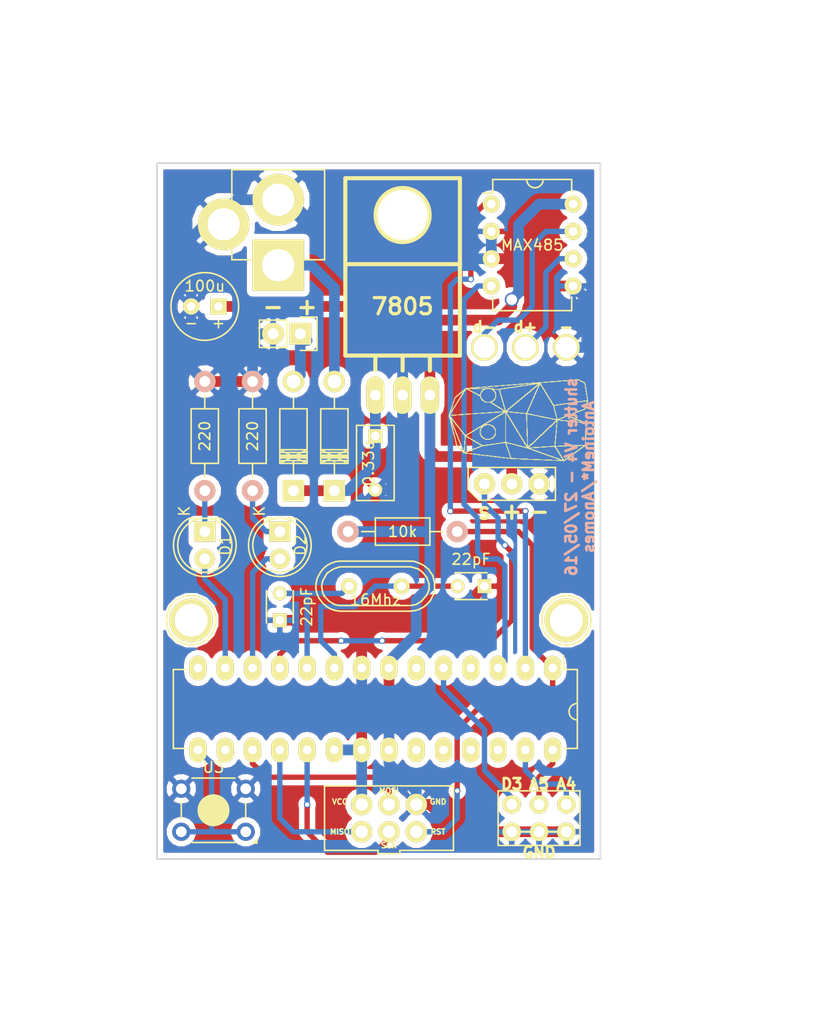
<source format=kicad_pcb>
(kicad_pcb (version 4) (host pcbnew 4.0.2-stable)
  (layers (0 F.Cu signal) (31 B.Cu signal) (34 B.Paste user) (35 F.Paste user) (36 B.SilkS user) (37 F.SilkS user) (38 B.Mask user) (39 F.Mask user) (44 Edge.Cuts user))
  (net 0 "")
  (net 1 GND)
  (net 2 "Net-(C1-Pad2)")
  (net 3 "Net-(C2-Pad2)")
  (net 4 VCC)
  (net 5 "Net-(C4-Pad1)")
  (net 6 /MISO)
  (net 7 /SCK)
  (net 8 /MOSI)
  (net 9 /RST)
  (net 10 "Net-(CON2-Pad1)")
  (net 11 "Net-(D1-Pad1)")
  (net 12 "Net-(D1-Pad2)")
  (net 13 "Net-(D2-Pad1)")
  (net 14 "Net-(D2-Pad2)")
  (net 15 "Net-(D4-Pad2)")
  (net 16 /DMX_RX)
  (net 17 /DMX_TX)
  (net 18 /DMX_LEARN)
  (net 19 /PWM_OUT_3)
  (net 20 "Net-(IC1-Pad6)")
  (net 21 /SERVO)
  (net 22 "Net-(IC1-Pad14)")
  (net 23 "Net-(IC1-Pad16)")
  (net 24 "Net-(IC1-Pad23)")
  (net 25 "Net-(IC1-Pad24)")
  (net 26 "Net-(IC1-Pad25)")
  (net 27 "Net-(IC1-Pad26)")
  (net 28 /A4)
  (net 29 /A5)
  (net 30 /D-)
  (net 31 /D+)
  (net 32 "Net-(IC1-Pad4)")
  (module CONN_ISP_6 (layer F.Cu) (at 70.485 90.805 90)
    (fp_text reference CON1 hide)
    (fp_text value AVR-ISP-6 hide)
    (fp_text user MOSI (at 2.54 0 180) (layer F.SilkS) (effects (font (size 0.5 0.5) (thickness 0.125))))
    (fp_text user SCK (at -2.54 0 180) (layer F.SilkS) (effects (font (size 0.5 0.5) (thickness 0.125))))
    (fp_text user MISO (at -1.27 -4.572 180) (layer F.SilkS) (effects (font (size 0.5 0.5) (thickness 0.125))))
    (fp_text user RST (at -1.27 4.572 180) (layer F.SilkS) (effects (font (size 0.5 0.5) (thickness 0.125))))
    (fp_text user GND (at 1.524 4.572 180) (layer F.SilkS) (effects (font (size 0.5 0.5) (thickness 0.125))))
    (fp_text user VCC (at 1.524 -4.572 180) (layer F.SilkS) (effects (font (size 0.5 0.5) (thickness 0.125))))
    (pad 1 thru_hole circle (at -1.27 -2.54 90) (size 2 2) (drill 1.15) (layers *.Cu *.Mask F.SilkS) (net 6 /MISO))
    (pad 2 thru_hole circle (at 1.27 -2.54 90) (size 2 2) (drill 1.15) (layers *.Cu *.Mask F.SilkS) (net 4 VCC))
    (pad 3 thru_hole circle (at -1.27 0 90) (size 2 2) (drill 1.15) (layers *.Cu *.Mask F.SilkS) (net 7 /SCK))
    (pad 4 thru_hole circle (at 1.27 0 90) (size 2 2) (drill 1.15) (layers *.Cu *.Mask F.SilkS) (net 8 /MOSI))
    (pad 5 thru_hole circle (at -1.27 2.54 90) (size 2 2) (drill 1.15) (layers *.Cu *.Mask F.SilkS) (net 9 /RST))
    (pad 6 thru_hole circle (at 1.27 2.54 90) (size 2 2) (drill 1.15) (layers *.Cu *.Mask F.SilkS) (net 1 GND))
  )
  (module CONN_075_3 (layer F.Cu) (at 83.185 46.99 270)
    (fp_text reference K1 hide)
    (fp_text value XLR3 hide)
    (pad 1 thru_hole circle (at 0 -3.81 270) (size 2.5 2.5) (drill 2) (layers *.Cu *.Mask F.SilkS) (net 1 GND))
    (pad 2 thru_hole circle (at 0 3.81 270) (size 2.5 2.5) (drill 2) (layers *.Cu *.Mask F.SilkS) (net 30 /D-))
    (pad 3 thru_hole circle (at 0 0 270) (size 2.5 2.5) (drill 2) (layers *.Cu *.Mask F.SilkS) (net 31 /D+))
  )
  (module JACK_ALIM (layer F.Cu) (at 60.175 33.245 270)
    (fp_text reference CON2 hide)
    (fp_text value BARREL_JACK hide)
    (pad 2 thru_hole circle (at 0 0 270) (size 4.8006 4.8006) (drill 3) (layers *.Cu *.Mask F.SilkS) (net 1 GND))
    (pad 1 thru_hole rect (at 6.096 0 270) (size 4.8006 4.8006) (drill 3) (layers *.Cu *.Mask F.SilkS) (net 10 "Net-(CON2-Pad1)"))
    (pad 3 thru_hole circle (at 2.286 5.08 270) (size 4.8006 4.8006) (drill 3) (layers *.Cu *.Mask F.SilkS) (net 1 GND))
  )
  (module DIP-28_W7.62mm_LongPads (layer F.Cu) (at 85.725 76.835 270)
    (fp_text reference IC1 hide)
    (fp_text value ATMEGA328-P hide)
    (pad 1 thru_hole oval (at 0 0 270) (size 2.3 1.6) (drill 0.8) (layers *.Cu *.Mask F.SilkS) (net 9 /RST))
    (pad 2 thru_hole oval (at 0 2.54 270) (size 2.3 1.6) (drill 0.8) (layers *.Cu *.Mask F.SilkS) (net 16 /DMX_RX))
    (pad 3 thru_hole oval (at 0 5.08 270) (size 2.3 1.6) (drill 0.8) (layers *.Cu *.Mask F.SilkS) (net 17 /DMX_TX))
    (pad 4 thru_hole oval (at 0 7.62 270) (size 2.3 1.6) (drill 0.8) (layers *.Cu *.Mask F.SilkS) (net 32 "Net-(IC1-Pad4)"))
    (pad 5 thru_hole oval (at 0 10.16 270) (size 2.3 1.6) (drill 0.8) (layers *.Cu *.Mask F.SilkS) (net 19 /PWM_OUT_3))
    (pad 6 thru_hole oval (at 0 12.7 270) (size 2.3 1.6) (drill 0.8) (layers *.Cu *.Mask F.SilkS) (net 20 "Net-(IC1-Pad6)"))
    (pad 7 thru_hole oval (at 0 15.24 270) (size 2.3 1.6) (drill 0.8) (layers *.Cu *.Mask F.SilkS) (net 4 VCC))
    (pad 8 thru_hole oval (at 0 17.78 270) (size 2.3 1.6) (drill 0.8) (layers *.Cu *.Mask F.SilkS) (net 1 GND))
    (pad 9 thru_hole oval (at 0 20.32 270) (size 2.3 1.6) (drill 0.8) (layers *.Cu *.Mask F.SilkS) (net 2 "Net-(C1-Pad2)"))
    (pad 10 thru_hole oval (at 0 22.86 270) (size 2.3 1.6) (drill 0.8) (layers *.Cu *.Mask F.SilkS) (net 3 "Net-(C2-Pad2)"))
    (pad 11 thru_hole oval (at 0 25.4 270) (size 2.3 1.6) (drill 0.8) (layers *.Cu *.Mask F.SilkS) (net 21 /SERVO))
    (pad 12 thru_hole oval (at 0 27.94 270) (size 2.3 1.6) (drill 0.8) (layers *.Cu *.Mask F.SilkS) (net 14 "Net-(D2-Pad2)"))
    (pad 13 thru_hole oval (at 0 30.48 270) (size 2.3 1.6) (drill 0.8) (layers *.Cu *.Mask F.SilkS) (net 12 "Net-(D1-Pad2)"))
    (pad 14 thru_hole oval (at 0 33.02 270) (size 2.3 1.6) (drill 0.8) (layers *.Cu *.Mask F.SilkS) (net 22 "Net-(IC1-Pad14)"))
    (pad 15 thru_hole oval (at 7.62 33.02 270) (size 2.3 1.6) (drill 0.8) (layers *.Cu *.Mask F.SilkS) (net 18 /DMX_LEARN))
    (pad 16 thru_hole oval (at 7.62 30.48 270) (size 2.3 1.6) (drill 0.8) (layers *.Cu *.Mask F.SilkS) (net 23 "Net-(IC1-Pad16)"))
    (pad 17 thru_hole oval (at 7.62 27.94 270) (size 2.3 1.6) (drill 0.8) (layers *.Cu *.Mask F.SilkS) (net 8 /MOSI))
    (pad 18 thru_hole oval (at 7.62 25.4 270) (size 2.3 1.6) (drill 0.8) (layers *.Cu *.Mask F.SilkS) (net 6 /MISO))
    (pad 19 thru_hole oval (at 7.62 22.86 270) (size 2.3 1.6) (drill 0.8) (layers *.Cu *.Mask F.SilkS) (net 7 /SCK))
    (pad 20 thru_hole oval (at 7.62 20.32 270) (size 2.3 1.6) (drill 0.8) (layers *.Cu *.Mask F.SilkS) (net 4 VCC))
    (pad 21 thru_hole oval (at 7.62 17.78 270) (size 2.3 1.6) (drill 0.8) (layers *.Cu *.Mask F.SilkS) (net 4 VCC))
    (pad 22 thru_hole oval (at 7.62 15.24 270) (size 2.3 1.6) (drill 0.8) (layers *.Cu *.Mask F.SilkS) (net 1 GND))
    (pad 23 thru_hole oval (at 7.62 12.7 270) (size 2.3 1.6) (drill 0.8) (layers *.Cu *.Mask F.SilkS) (net 24 "Net-(IC1-Pad23)"))
    (pad 24 thru_hole oval (at 7.62 10.16 270) (size 2.3 1.6) (drill 0.8) (layers *.Cu *.Mask F.SilkS) (net 25 "Net-(IC1-Pad24)"))
    (pad 25 thru_hole oval (at 7.62 7.62 270) (size 2.3 1.6) (drill 0.8) (layers *.Cu *.Mask F.SilkS) (net 26 "Net-(IC1-Pad25)"))
    (pad 26 thru_hole oval (at 7.62 5.08 270) (size 2.3 1.6) (drill 0.8) (layers *.Cu *.Mask F.SilkS) (net 27 "Net-(IC1-Pad26)"))
    (pad 27 thru_hole oval (at 7.62 2.54 270) (size 2.3 1.6) (drill 0.8) (layers *.Cu *.Mask F.SilkS) (net 28 /A4))
    (pad 28 thru_hole oval (at 7.62 0 270) (size 2.3 1.6) (drill 0.8) (layers *.Cu *.Mask F.SilkS) (net 29 /A5))
  )
  (module Pin_Headers:Pin_Header_Straight_2x03 (layer F.Cu) (at 86.995 89.535 270)
    (fp_text reference P3 hide)
    (fp_text value CONN_02X03 hide)
    (pad 1 thru_hole circle (at 0 0 270) (size 1.7272 1.7272) (drill 1.016) (layers *.Cu *.Mask F.SilkS) (net 28 /A4))
    (pad 2 thru_hole oval (at 2.54 0 270) (size 1.7272 1.7272) (drill 1.016) (layers *.Cu *.Mask F.SilkS) (net 1 GND))
    (pad 3 thru_hole oval (at 0 2.54 270) (size 1.7272 1.7272) (drill 1.016) (layers *.Cu *.Mask F.SilkS) (net 29 /A5))
    (pad 4 thru_hole oval (at 2.54 2.54 270) (size 1.7272 1.7272) (drill 1.016) (layers *.Cu *.Mask F.SilkS) (net 1 GND))
    (pad 5 thru_hole oval (at 0 5.08 270) (size 1.7272 1.7272) (drill 1.016) (layers *.Cu *.Mask F.SilkS) (net 19 /PWM_OUT_3))
    (pad 6 thru_hole oval (at 2.54 5.08 270) (size 1.7272 1.7272) (drill 1.016) (layers *.Cu *.Mask F.SilkS) (net 1 GND))
  )
  (module DIP-8_W7.62mm (layer F.Cu) (at 80.01 33.655)
    (fp_text reference U1 hide)
    (fp_text value MAX485 (at 3.81 3.81) (layer F.SilkS))
    (pad 1 thru_hole oval (at 0 0) (size 1.6 1.6) (drill 0.8) (layers *.Cu *.Mask F.SilkS) (net 16 /DMX_RX))
    (pad 2 thru_hole oval (at 0 2.54) (size 1.6 1.6) (drill 0.8) (layers *.Cu *.Mask F.SilkS) (net 1 GND))
    (pad 3 thru_hole oval (at 0 5.08) (size 1.6 1.6) (drill 0.8) (layers *.Cu *.Mask F.SilkS) (net 1 GND))
    (pad 4 thru_hole oval (at 0 7.62) (size 1.6 1.6) (drill 0.8) (layers *.Cu *.Mask F.SilkS) (net 17 /DMX_TX))
    (pad 5 thru_hole oval (at 7.62 7.62) (size 1.6 1.6) (drill 0.8) (layers *.Cu *.Mask F.SilkS) (net 1 GND))
    (pad 6 thru_hole oval (at 7.62 5.08) (size 1.6 1.6) (drill 0.8) (layers *.Cu *.Mask F.SilkS) (net 31 /D+))
    (pad 7 thru_hole oval (at 7.62 2.54) (size 1.6 1.6) (drill 0.8) (layers *.Cu *.Mask F.SilkS) (net 30 /D-))
    (pad 8 thru_hole oval (at 7.62 0) (size 1.6 1.6) (drill 0.8) (layers *.Cu *.Mask F.SilkS) (net 4 VCC))
  )
  (module LEDs:LED-5MM (layer F.Cu) (at 53.34 64.135 270)
    (fp_text reference D1 (at 1.27 -1.905 270) (layer F.SilkS))
    (fp_text value LED hide)
    (fp_text user K (at -1.905 1.905 270) (layer F.SilkS))
    (pad 1 thru_hole rect (at 0 0) (size 2 1.9) (drill 1.00076) (layers *.Cu *.Mask F.SilkS) (net 11 "Net-(D1-Pad1)"))
    (pad 2 thru_hole circle (at 2.54 0 270) (size 1.9 1.9) (drill 1.00076) (layers *.Cu *.Mask F.SilkS) (net 12 "Net-(D1-Pad2)"))
  )
  (module LEDs:LED-5MM (layer F.Cu) (at 60.325 64.135 270)
    (fp_text reference D2 (at 1.27 -1.905 270) (layer F.SilkS))
    (fp_text value LED hide)
    (fp_text user K (at -1.905 1.905 270) (layer F.SilkS))
    (pad 1 thru_hole rect (at 0 0) (size 2 1.9) (drill 1.00076) (layers *.Cu *.Mask F.SilkS) (net 13 "Net-(D2-Pad1)"))
    (pad 2 thru_hole circle (at 2.54 0 270) (size 1.9 1.9) (drill 1.00076) (layers *.Cu *.Mask F.SilkS) (net 14 "Net-(D2-Pad2)"))
  )
  (module Capacitors_ThroughHole:C_Disc_D3_P2.5 (layer F.Cu) (at 79.375 69.215 180)
    (fp_text reference C1 hide)
    (fp_text value 22pF (at 1.25 2.5 180) (layer F.SilkS))
    (pad 1 thru_hole rect (at 0 0 180) (size 1.3 1.3) (drill 0.8) (layers *.Cu *.Mask F.SilkS) (net 1 GND))
    (pad 2 thru_hole circle (at 2.5 0 180) (size 1.3 1.3) (drill 0.8001) (layers *.Cu *.Mask F.SilkS) (net 2 "Net-(C1-Pad2)"))
  )
  (module Capacitors_ThroughHole:C_Disc_D3_P2.5 (layer F.Cu) (at 60.325 72.39 90)
    (fp_text reference C2 hide)
    (fp_text value 22pF (at 1.25 2.5 90) (layer F.SilkS))
    (pad 1 thru_hole rect (at 0 0 90) (size 1.3 1.3) (drill 0.8) (layers *.Cu *.Mask F.SilkS) (net 1 GND))
    (pad 2 thru_hole circle (at 2.5 0 90) (size 1.3 1.3) (drill 0.8001) (layers *.Cu *.Mask F.SilkS) (net 3 "Net-(C2-Pad2)"))
  )
  (module ameisso:CP_VERT_6.3 (layer F.Cu) (at 53.34 43.18 180)
    (fp_text reference C3 hide)
    (fp_text value 100u (at 0 1.905 180) (layer F.SilkS))
    (fp_text user + (at -1.27 -1.524 180) (layer F.SilkS))
    (fp_text user - (at 1.27 -1.524 180) (layer F.SilkS))
    (pad 1 thru_hole rect (at -1.27 0 180) (size 1.524 1.524) (drill 0.762) (layers *.Cu *.Mask F.SilkS) (net 4 VCC))
    (pad 2 thru_hole circle (at 1.27 0 180) (size 1.524 1.524) (drill 0.762) (layers *.Cu *.Mask F.SilkS) (net 1 GND))
  )
  (module Capacitors_ThroughHole:C_Rect_L7_W3.5_P5 (layer F.Cu) (at 69.215 55.245 270)
    (fp_text reference C4 hide)
    (fp_text value 0.33u (at 2.54 0.635 270) (layer F.SilkS))
    (pad 1 thru_hole rect (at 0 0 270) (size 1.3 1.3) (drill 0.8) (layers *.Cu *.Mask F.SilkS) (net 5 "Net-(C4-Pad1)"))
    (pad 2 thru_hole circle (at 5 0 270) (size 1.3 1.3) (drill 0.8) (layers *.Cu *.Mask F.SilkS) (net 1 GND))
  )
  (module Diodes_ThroughHole:Diode_DO-41_SOD81_Horizontal_RM10 (layer F.Cu) (at 65.405 60.325 90)
    (fp_text reference D3 hide)
    (fp_text value 1N4004 hide)
    (pad 2 thru_hole circle (at 10.16 -0.00254 270) (size 1.99898 1.99898) (drill 1.27) (layers *.Cu *.Mask F.SilkS) (net 10 "Net-(CON2-Pad1)"))
    (pad 1 thru_hole rect (at 0 -0.00254 270) (size 1.99898 1.99898) (drill 1.00076) (layers *.Cu *.Mask F.SilkS) (net 5 "Net-(C4-Pad1)"))
  )
  (module Diodes_ThroughHole:Diode_DO-41_SOD81_Horizontal_RM10 (layer F.Cu) (at 61.595 60.325 90)
    (fp_text reference D4 hide)
    (fp_text value 1N4004 hide)
    (pad 2 thru_hole circle (at 10.16 -0.00254 270) (size 1.99898 1.99898) (drill 1.27) (layers *.Cu *.Mask F.SilkS) (net 15 "Net-(D4-Pad2)"))
    (pad 1 thru_hole rect (at 0 -0.00254 270) (size 1.99898 1.99898) (drill 1.00076) (layers *.Cu *.Mask F.SilkS) (net 5 "Net-(C4-Pad1)"))
  )
  (module ameisso:CONN_SERVO (layer F.Cu) (at 81.915 59.69 90)
    (fp_text reference P1 hide)
    (fp_text value CONN_SERVO hide)
    (pad 1 thru_hole circle (at 0 -2.54 90) (size 2 2) (drill 1) (layers *.Cu *.Mask F.SilkS) (net 21 /SERVO))
    (pad 2 thru_hole circle (at 0 0 90) (size 2 2) (drill 1) (layers *.Cu *.Mask F.SilkS) (net 4 VCC))
    (pad 3 thru_hole circle (at 0 2.54 90) (size 2 2) (drill 1) (layers *.Cu *.Mask F.SilkS) (net 1 GND))
  )
  (module ameisso:Pin_Header_Straight_1x02 (layer F.Cu) (at 62.23 45.72 270)
    (fp_text reference P2 hide)
    (fp_text value CONN_01X02 hide)
    (pad 1 thru_hole rect (at 0 0 270) (size 2.032 2.032) (drill 1.016) (layers *.Cu *.Mask F.SilkS) (net 15 "Net-(D4-Pad2)"))
    (pad 2 thru_hole oval (at 0 2.54 270) (size 2.032 2.032) (drill 1.016) (layers *.Cu *.Mask F.SilkS) (net 1 GND))
  )
  (module Resistors_ThroughHole:Resistor_Horizontal_RM10mm (layer F.Cu) (at 66.675 64.135)
    (fp_text reference R1 hide)
    (fp_text value 10k (at 5.08 0) (layer F.SilkS))
    (pad 1 thru_hole circle (at 0 0) (size 1.99898 1.99898) (drill 1.00076) (layers *.Cu *.SilkS *.Mask) (net 4 VCC))
    (pad 2 thru_hole circle (at 10.16 0) (size 1.99898 1.99898) (drill 1.00076) (layers *.Cu *.SilkS *.Mask) (net 9 /RST))
  )
  (module Resistors_ThroughHole:Resistor_Horizontal_RM10mm (layer F.Cu) (at 53.34 60.325 90)
    (fp_text reference R2 hide)
    (fp_text value 220 (at 5.08 0 90) (layer F.SilkS))
    (pad 1 thru_hole circle (at 0 0 90) (size 1.99898 1.99898) (drill 1.00076) (layers *.Cu *.SilkS *.Mask) (net 11 "Net-(D1-Pad1)"))
    (pad 2 thru_hole circle (at 10.16 0 90) (size 1.99898 1.99898) (drill 1.00076) (layers *.Cu *.SilkS *.Mask) (net 1 GND))
  )
  (module Resistors_ThroughHole:Resistor_Horizontal_RM10mm (layer F.Cu) (at 57.785 60.325 90)
    (fp_text reference R3 hide)
    (fp_text value 220 (at 5.08 0 90) (layer F.SilkS))
    (pad 1 thru_hole circle (at 0 0 90) (size 1.99898 1.99898) (drill 1.00076) (layers *.Cu *.SilkS *.Mask) (net 13 "Net-(D2-Pad1)"))
    (pad 2 thru_hole circle (at 10.16 0 90) (size 1.99898 1.99898) (drill 1.00076) (layers *.Cu *.SilkS *.Mask) (net 1 GND))
  )
  (module ameisso:TO220_HORYZ (layer F.Cu) (at 71.755 51.435)
    (fp_text reference U2 hide)
    (fp_text value 7805 hide)
    (pad 2 thru_hole oval (at 0 0 90) (size 3.50012 1.69926) (drill 1.00076) (layers *.Cu *.Mask F.SilkS) (net 1 GND))
    (pad 1 thru_hole oval (at -2.54 0 90) (size 3.50012 1.69926) (drill 1.00076) (layers *.Cu *.Mask F.SilkS) (net 5 "Net-(C4-Pad1)"))
    (pad 3 thru_hole oval (at 2.54 0 90) (size 3.50012 1.69926) (drill 1.00076) (layers *.Cu *.Mask F.SilkS) (net 4 VCC))
    (pad "" np_thru_hole circle (at 0 -16.764 90) (size 3.79984 3.79984) (drill 3.79984) (layers *.Cu *.Mask F.SilkS))
  )
  (module Crystals:Crystal_HC49-U_Vertical (layer F.Cu) (at 69.215 69.215 180)
    (fp_text reference Y1 hide)
    (fp_text value 16Mhz (at 0 -1.27 180) (layer F.SilkS))
    (pad 1 thru_hole circle (at -2.44094 0 180) (size 1.50114 1.50114) (drill 0.8001) (layers *.Cu *.Mask F.SilkS) (net 2 "Net-(C1-Pad2)"))
    (pad 2 thru_hole circle (at 2.44094 0 180) (size 1.50114 1.50114) (drill 0.8001) (layers *.Cu *.Mask F.SilkS) (net 3 "Net-(C2-Pad2)"))
  )
  (module Connect:1pin (layer F.Cu) (at 86.995 72.39)
    (fp_text reference REF** hide)
    (fp_text value 1pin hide)
    (pad 1 thru_hole circle (at 0 0) (size 4.064 4.064) (drill 3.048) (layers *.Cu *.Mask F.SilkS))
  )
  (module Connect:1pin (layer F.Cu) (at 52.07 72.39)
    (fp_text reference REF** hide)
    (fp_text value 1pin hide)
    (pad 1 thru_hole circle (at 0 0) (size 4.064 4.064) (drill 3.048) (layers *.Cu *.Mask F.SilkS))
  )
  (module "Shutter V2:LOGO" (layer F.Cu) (at 75.565 58.42 90)
    (fp_text reference LOGO hide)
    (fp_text value "" (at 0 0 90) (layer F.SilkS))
  )
  (module Buttons_Switches_ThroughHole:SW_TH_Tactile_Omron_B3F-10xx (layer F.Cu) (at 57.15 92.075 180)
    (fp_text reference U3 (at 3 6 180) (layer F.SilkS))
    (fp_text value DIP_SWITCH)
    (pad 4 thru_hole circle (at 6 4 180) (size 1.7 1.7) (drill 1) (layers *.Cu *.Mask) (net 1 GND))
    (pad 3 thru_hole circle (at 0 4 180) (size 1.7 1.7) (drill 1) (layers *.Cu *.Mask) (net 1 GND))
    (pad 2 thru_hole circle (at 6 0 180) (size 1.7 1.7) (drill 1) (layers *.Cu *.Mask) (net 18 /DMX_LEARN))
    (pad 1 thru_hole circle (at 0 0 180) (size 1.7 1.7) (drill 1) (layers *.Cu *.Mask) (net 18 /DMX_LEARN))
  )
  (gr_text - (at 86.995 45.085) (layer F.SilkS) (effects (font (size 1 1) (thickness 0.25))))
  (gr_text d+ (at 83.185 45.085) (layer F.SilkS) (effects (font (size 1 1) (thickness 0.25))))
  (gr_text d- (at 79.375 45.085) (layer F.SilkS) (effects (font (size 1 1) (thickness 0.25))))
  (gr_text s (at 79.375 62.23) (layer F.SilkS) (effects (font (size 1.5 1.5) (thickness 0.3))))
  (gr_text - (at 84.455 62.23) (layer F.SilkS) (effects (font (size 1.5 1.5) (thickness 0.3))))
  (gr_text + (at 81.915 62.23) (layer F.SilkS) (effects (font (size 1.5 1.5) (thickness 0.3))))
  (gr_line (start 83.82 92.075) (end 86.36 92.075) (angle 90) (layer F.SilkS) (width 0.2))
  (gr_line (start 82.55 92.075) (end 83.82 92.075) (angle 90) (layer F.SilkS) (width 0.2))
  (gr_text "GND\n" (at 84.455 93.98) (layer F.SilkS) (effects (font (size 1 1) (thickness 0.25))))
  (gr_text "A4\n" (at 86.995 87.63) (layer F.SilkS) (effects (font (size 1 1) (thickness 0.25))))
  (gr_text A5 (at 84.455 87.63) (layer F.SilkS) (effects (font (size 1 1) (thickness 0.25))))
  (gr_text D3 (at 81.915 87.63) (layer F.SilkS) (effects (font (size 1 1) (thickness 0.25))))
  (gr_text - (at 59.69 43.18) (layer F.SilkS) (effects (font (size 1.5 1.5) (thickness 0.3))))
  (gr_text + (at 62.865 43.18) (layer F.SilkS) (effects (font (size 1.5 1.5) (thickness 0.3))))
  (gr_text 7805 (at 71.755 43.18) (layer F.SilkS) (effects (font (size 1.5 1.5) (thickness 0.3))))
  (gr_text "shutter V4 - 27/05/16\nAntoineM*/Anomes" (at 88.265 59.055 90) (layer B.SilkS) (effects (font (size 1 1) (thickness 0.25)) (justify mirror)))
  (gr_line (start 51.435 29.845) (end 48.895 29.845) (angle 90) (layer Edge.Cuts) (width 0.15))
  (gr_line (start 48.895 94.615) (end 48.895 29.845) (angle 90) (layer Edge.Cuts) (width 0.15))
  (gr_line (start 90.17 94.615) (end 48.895 94.615) (angle 90) (layer Edge.Cuts) (width 0.15))
  (gr_line (start 90.17 29.845) (end 90.17 94.615) (angle 90) (layer Edge.Cuts) (width 0.15))
  (gr_line (start 88.265 29.845) (end 90.17 29.845) (angle 90) (layer Edge.Cuts) (width 0.15))
  (gr_line (start 51.435 29.845) (end 88.265 29.845) (angle 90) (layer Edge.Cuts) (width 0.15))
  (segment (start 86.36 46.99) (end 88.9 46.99) (width 1) (layer B.Cu) (net 1))
  (segment (start 88.9 42.545) (end 87.63 41.275) (width 1) (layer B.Cu) (net 1))
  (segment (start 88.9 46.99) (end 88.9 42.545) (width 1) (layer B.Cu) (net 1))
  (segment (start 80.01 38.735) (end 81.915 38.735) (width 1) (layer F.Cu) (net 1))
  (segment (start 84.455 41.275) (end 87.63 41.275) (width 1) (layer F.Cu) (net 1))
  (segment (start 81.915 38.735) (end 84.455 41.275) (width 1) (layer F.Cu) (net 1))
  (segment (start 71.755 41.275) (end 69.215 38.735) (width 1) (layer B.Cu) (net 1))
  (segment (start 66.675 38.735) (end 61.185 33.245) (width 1) (layer B.Cu) (net 1))
  (segment (start 69.215 38.735) (end 66.675 38.735) (width 1) (layer B.Cu) (net 1))
  (segment (start 61.185 33.245) (end 60.175 33.245) (width 1) (layer B.Cu) (net 1))
  (segment (start 71.755 42.545) (end 71.755 41.275) (width 1) (layer B.Cu) (net 1))
  (segment (start 74.295 38.735) (end 75.565 38.735) (width 1) (layer B.Cu) (net 1))
  (segment (start 75.565 38.735) (end 80.01 38.735) (width 1) (layer B.Cu) (net 1))
  (segment (start 71.755 41.275) (end 74.295 38.735) (width 1) (layer B.Cu) (net 1))
  (segment (start 79.375 69.215) (end 77.47 71.12) (width 1) (layer F.Cu) (net 1))
  (segment (start 68.58 71.12) (end 69.215 70.485) (width 1) (layer F.Cu) (net 1))
  (segment (start 77.47 71.12) (end 68.58 71.12) (width 1) (layer F.Cu) (net 1))
  (segment (start 53.34 50.165) (end 57.785 50.165) (width 1) (layer F.Cu) (net 1))
  (segment (start 59.69 45.72) (end 58.42 45.72) (width 1) (layer B.Cu) (net 1))
  (segment (start 58.42 45.72) (end 57.785 46.355) (width 1) (layer B.Cu) (net 1))
  (segment (start 57.785 46.355) (end 57.785 50.165) (width 1) (layer B.Cu) (net 1))
  (segment (start 52.07 43.18) (end 52.07 48.895) (width 1) (layer B.Cu) (net 1))
  (segment (start 52.07 48.895) (end 53.34 50.165) (width 1) (layer B.Cu) (net 1))
  (segment (start 55.095 35.531) (end 53.369 35.531) (width 1) (layer B.Cu) (net 1))
  (segment (start 53.369 35.531) (end 52.07 36.83) (width 1) (layer B.Cu) (net 1))
  (segment (start 52.07 36.83) (end 52.07 43.18) (width 1) (layer B.Cu) (net 1))
  (segment (start 80.01 36.195) (end 80.01 38.735) (width 1) (layer B.Cu) (net 1))
  (segment (start 71.755 42.525) (end 71.755 42.545) (width 1) (layer B.Cu) (net 1))
  (segment (start 71.755 42.545) (end 71.755 46.355) (width 1) (layer B.Cu) (net 1))
  (segment (start 71.755 46.355) (end 71.755 51.435) (width 1) (layer B.Cu) (net 1))
  (segment (start 55.095 35.531) (end 55.095 34.425) (width 1) (layer B.Cu) (net 1))
  (segment (start 55.095 34.425) (end 56.275 33.245) (width 1) (layer B.Cu) (net 1))
  (segment (start 56.275 33.245) (end 60.175 33.245) (width 1) (layer B.Cu) (net 1))
  (segment (start 81.915 92.075) (end 76.835 92.075) (width 1) (layer F.Cu) (net 1))
  (segment (start 74.295 89.535) (end 76.835 92.075) (width 1) (layer F.Cu) (net 1))
  (segment (start 74.295 89.535) (end 73.025 89.535) (width 1) (layer F.Cu) (net 1))
  (segment (start 84.455 92.075) (end 81.915 92.075) (width 1) (layer F.Cu) (net 1))
  (segment (start 69.215 67.31) (end 69.215 60.245) (width 1) (layer F.Cu) (net 1))
  (segment (start 62.23 72.39) (end 60.325 72.39) (width 1) (layer F.Cu) (net 1))
  (segment (start 84.455 92.075) (end 86.995 92.075) (width 1) (layer F.Cu) (net 1))
  (segment (start 70.485 84.455) (end 70.485 85.725) (width 1) (layer B.Cu) (net 1))
  (segment (start 73.025 88.265) (end 73.025 89.535) (width 1) (layer B.Cu) (net 1))
  (segment (start 70.485 85.725) (end 73.025 88.265) (width 1) (layer B.Cu) (net 1))
  (segment (start 69.215 60.245) (end 70.565 60.245) (width 1) (layer B.Cu) (net 1))
  (segment (start 70.565 60.245) (end 71.755 59.055) (width 1) (layer B.Cu) (net 1))
  (segment (start 71.755 59.055) (end 71.755 51.435) (width 1) (layer B.Cu) (net 1))
  (segment (start 67.945 76.835) (end 67.945 71.755) (width 1) (layer F.Cu) (net 1))
  (segment (start 67.945 71.755) (end 69.215 70.485) (width 1) (layer F.Cu) (net 1))
  (segment (start 69.215 70.485) (end 69.215 67.31) (width 1) (layer F.Cu) (net 1))
  (segment (start 69.215 67.31) (end 64.77 67.31) (width 1) (layer F.Cu) (net 1))
  (segment (start 64.77 67.31) (end 62.865 69.215) (width 1) (layer F.Cu) (net 1))
  (segment (start 62.865 69.215) (end 62.865 71.755) (width 1) (layer F.Cu) (net 1))
  (segment (start 62.865 71.755) (end 62.23 72.39) (width 1) (layer F.Cu) (net 1))
  (segment (start 67.945 76.835) (end 67.945 79.375) (width 1) (layer B.Cu) (net 1))
  (segment (start 70.485 81.915) (end 70.485 84.455) (width 1) (layer B.Cu) (net 1))
  (segment (start 67.945 79.375) (end 70.485 81.915) (width 1) (layer B.Cu) (net 1))
  (segment (start 67.31 71.12) (end 64.135 71.12) (width 0.5) (layer B.Cu) (net 2))
  (segment (start 65.405 76.835) (end 65.405 75.565) (width 0.5) (layer B.Cu) (net 2))
  (segment (start 67.31 71.12) (end 69.215 69.215) (width 0.5) (layer B.Cu) (net 2))
  (segment (start 69.215 69.215) (end 71.65594 69.215) (width 0.5) (layer B.Cu) (net 2))
  (segment (start 64.135 74.295) (end 65.405 75.565) (width 0.5) (layer B.Cu) (net 2))
  (segment (start 64.135 71.12) (end 64.135 74.295) (width 0.5) (layer B.Cu) (net 2))
  (segment (start 71.65594 69.215) (end 76.875 69.215) (width 0.5) (layer F.Cu) (net 2))
  (segment (start 62.865 71.755) (end 62.865 69.89) (width 0.5) (layer B.Cu) (net 3))
  (segment (start 62.865 69.89) (end 62.865 69.85) (width 0.5) (layer B.Cu) (net 3))
  (segment (start 62.865 69.85) (end 62.865 69.89) (width 0.5) (layer B.Cu) (net 3))
  (segment (start 60.325 69.89) (end 62.865 69.89) (width 0.5) (layer B.Cu) (net 3))
  (segment (start 62.865 69.89) (end 66.09906 69.89) (width 0.5) (layer B.Cu) (net 3))
  (segment (start 66.09906 69.89) (end 66.77406 69.215) (width 0.5) (layer B.Cu) (net 3))
  (segment (start 60.325 69.89) (end 61.635 69.89) (width 0.5) (layer B.Cu) (net 3))
  (segment (start 62.865 71.12) (end 62.865 71.755) (width 0.5) (layer B.Cu) (net 3))
  (segment (start 62.865 71.755) (end 62.865 76.835) (width 0.5) (layer B.Cu) (net 3))
  (segment (start 60.325 69.89) (end 60.325 69.85) (width 0.5) (layer F.Cu) (net 3))
  (segment (start 81.915 59.69) (end 81.915 57.785) (width 1) (layer F.Cu) (net 4))
  (segment (start 74.295 56.515) (end 74.295 51.435) (width 1) (layer F.Cu) (net 4))
  (segment (start 74.93 57.15) (end 74.295 56.515) (width 1) (layer F.Cu) (net 4))
  (segment (start 81.28 57.15) (end 74.93 57.15) (width 1) (layer F.Cu) (net 4))
  (segment (start 81.915 57.785) (end 81.28 57.15) (width 1) (layer F.Cu) (net 4))
  (segment (start 84.455 33.655) (end 87.63 33.655) (width 1) (layer B.Cu) (net 4))
  (segment (start 82.55 35.56) (end 84.455 33.655) (width 1) (layer B.Cu) (net 4))
  (segment (start 82.55 41.91) (end 82.55 35.56) (width 1) (layer B.Cu) (net 4))
  (segment (start 74.295 64.135) (end 71.755 64.135) (width 1) (layer B.Cu) (net 4))
  (segment (start 71.755 64.135) (end 66.675 64.135) (width 1) (layer B.Cu) (net 4))
  (segment (start 74.295 69.215) (end 74.295 64.135) (width 1) (layer B.Cu) (net 4))
  (segment (start 74.295 64.135) (end 74.295 61.595) (width 1) (layer B.Cu) (net 4))
  (segment (start 74.295 51.435) (end 74.295 61.595) (width 1) (layer B.Cu) (net 4))
  (segment (start 73.025 73.66) (end 73.025 70.485) (width 1) (layer B.Cu) (net 4))
  (segment (start 73.025 73.66) (end 70.485 76.2) (width 1) (layer B.Cu) (net 4))
  (segment (start 73.025 70.485) (end 74.295 69.215) (width 1) (layer B.Cu) (net 4))
  (segment (start 54.61 43.18) (end 73.025 43.18) (width 1) (layer F.Cu) (net 4))
  (segment (start 74.295 48.895) (end 74.295 51.435) (width 1) (layer F.Cu) (net 4))
  (segment (start 70.485 76.835) (end 70.485 76.2) (width 1) (layer B.Cu) (net 4))
  (segment (start 65.405 84.455) (end 67.945 84.455) (width 1) (layer B.Cu) (net 4))
  (segment (start 67.945 84.455) (end 67.945 89.535) (width 1) (layer B.Cu) (net 4))
  (segment (start 67.945 84.455) (end 67.945 81.915) (width 1) (layer F.Cu) (net 4))
  (segment (start 70.485 79.375) (end 70.485 76.835) (width 1) (layer F.Cu) (net 4))
  (segment (start 67.945 81.915) (end 70.485 79.375) (width 1) (layer F.Cu) (net 4))
  (segment (start 81.915 43.18) (end 81.915 42.545) (width 1) (layer F.Cu) (net 4))
  (segment (start 80.645 44.45) (end 81.915 43.18) (width 1) (layer F.Cu) (net 4))
  (segment (start 74.295 44.45) (end 80.645 44.45) (width 1) (layer F.Cu) (net 4))
  (segment (start 81.915 42.545) (end 82.55 41.91) (width 1) (layer B.Cu) (net 4))
  (via (at 81.915 42.545) (size 1.3) (drill 1) (layers F.Cu B.Cu) (net 4))
  (segment (start 74.295 44.45) (end 74.295 48.895) (width 1) (layer F.Cu) (net 4))
  (segment (start 73.025 43.18) (end 74.295 44.45) (width 1) (layer F.Cu) (net 4))
  (segment (start 69.215 51.435) (end 69.215 55.245) (width 1) (layer B.Cu) (net 5))
  (segment (start 65.40246 60.325) (end 66.675 60.325) (width 1) (layer B.Cu) (net 5))
  (segment (start 69.215 57.785) (end 69.215 55.245) (width 1) (layer B.Cu) (net 5))
  (segment (start 66.675 60.325) (end 69.215 57.785) (width 1) (layer B.Cu) (net 5))
  (segment (start 61.59246 60.325) (end 65.40246 60.325) (width 1) (layer F.Cu) (net 5))
  (segment (start 60.325 84.455) (end 60.325 90.805) (width 0.5) (layer B.Cu) (net 6))
  (segment (start 61.595 92.075) (end 67.945 92.075) (width 0.5) (layer B.Cu) (net 6))
  (segment (start 60.325 90.805) (end 61.595 92.075) (width 0.5) (layer B.Cu) (net 6))
  (segment (start 62.865 84.455) (end 62.865 89.535) (width 0.5) (layer B.Cu) (net 7))
  (segment (start 69.215 93.98) (end 70.485 92.71) (width 0.5) (layer F.Cu) (net 7))
  (segment (start 64.77 93.98) (end 69.215 93.98) (width 0.5) (layer F.Cu) (net 7))
  (segment (start 62.865 92.075) (end 64.77 93.98) (width 0.5) (layer F.Cu) (net 7))
  (segment (start 62.865 89.535) (end 62.865 92.075) (width 0.5) (layer F.Cu) (net 7))
  (via (at 62.865 89.535) (size 0.6) (drill 0.4) (layers F.Cu B.Cu) (net 7))
  (segment (start 70.485 92.71) (end 70.485 92.075) (width 0.5) (layer F.Cu) (net 7))
  (segment (start 70.485 92.075) (end 70.485 92.71) (width 0.5) (layer F.Cu) (net 7))
  (segment (start 57.785 84.455) (end 57.785 85.725) (width 0.5) (layer F.Cu) (net 8))
  (segment (start 57.785 85.725) (end 59.055 86.995) (width 0.5) (layer F.Cu) (net 8))
  (segment (start 69.215 86.995) (end 70.485 88.265) (width 0.5) (layer F.Cu) (net 8))
  (segment (start 59.055 86.995) (end 69.215 86.995) (width 0.5) (layer F.Cu) (net 8))
  (segment (start 70.485 88.265) (end 70.485 89.535) (width 0.5) (layer F.Cu) (net 8))
  (segment (start 76.835 64.135) (end 82.55 64.135) (width 0.5) (layer F.Cu) (net 9))
  (segment (start 83.82 74.93) (end 85.725 76.835) (width 0.5) (layer F.Cu) (net 9))
  (segment (start 83.82 65.405) (end 83.82 74.93) (width 0.5) (layer F.Cu) (net 9))
  (segment (start 82.55 64.135) (end 83.82 65.405) (width 0.5) (layer F.Cu) (net 9))
  (segment (start 85.725 76.835) (end 85.725 78.74) (width 0.5) (layer F.Cu) (net 9))
  (segment (start 75.565 92.075) (end 73.025 92.075) (width 0.5) (layer B.Cu) (net 9))
  (segment (start 76.835 90.805) (end 75.565 92.075) (width 0.5) (layer B.Cu) (net 9))
  (segment (start 76.835 89.535) (end 76.835 90.805) (width 0.5) (layer B.Cu) (net 9))
  (segment (start 76.835 88.265) (end 76.835 89.535) (width 0.5) (layer B.Cu) (net 9))
  (via (at 76.835 88.265) (size 0.6) (drill 0.4) (layers F.Cu B.Cu) (net 9))
  (segment (start 76.835 82.55) (end 76.835 88.265) (width 0.5) (layer F.Cu) (net 9))
  (segment (start 78.74 80.645) (end 76.835 82.55) (width 0.5) (layer F.Cu) (net 9))
  (segment (start 83.82 80.645) (end 78.74 80.645) (width 0.5) (layer F.Cu) (net 9))
  (segment (start 85.725 78.74) (end 83.82 80.645) (width 0.5) (layer F.Cu) (net 9))
  (segment (start 60.175 39.341) (end 63.271 39.341) (width 1) (layer B.Cu) (net 10))
  (segment (start 65.40246 41.47246) (end 65.40246 50.165) (width 1) (layer B.Cu) (net 10))
  (segment (start 63.271 39.341) (end 65.40246 41.47246) (width 1) (layer B.Cu) (net 10))
  (segment (start 53.34 60.325) (end 53.34 64.135) (width 0.5) (layer B.Cu) (net 11))
  (segment (start 53.34 66.675) (end 53.34 68.58) (width 0.5) (layer B.Cu) (net 12))
  (segment (start 55.245 70.485) (end 55.245 76.835) (width 0.5) (layer B.Cu) (net 12))
  (segment (start 53.34 68.58) (end 55.245 70.485) (width 0.5) (layer B.Cu) (net 12))
  (segment (start 57.785 60.325) (end 57.785 62.865) (width 0.5) (layer B.Cu) (net 13))
  (segment (start 59.055 64.135) (end 60.325 64.135) (width 0.5) (layer B.Cu) (net 13))
  (segment (start 57.785 62.865) (end 59.055 64.135) (width 0.5) (layer B.Cu) (net 13))
  (segment (start 57.785 76.835) (end 57.785 67.945) (width 0.5) (layer B.Cu) (net 14))
  (segment (start 59.055 66.675) (end 60.325 66.675) (width 0.5) (layer B.Cu) (net 14))
  (segment (start 57.785 67.945) (end 59.055 66.675) (width 0.5) (layer B.Cu) (net 14))
  (segment (start 62.23 45.72) (end 62.23 49.52746) (width 1) (layer B.Cu) (net 15))
  (segment (start 62.23 49.52746) (end 61.59246 50.165) (width 1) (layer B.Cu) (net 15))
  (segment (start 62.86246 46.35246) (end 62.23 45.72) (width 1) (layer B.Cu) (net 15))
  (segment (start 76.2 46.99) (end 76.2 41.275) (width 0.5) (layer B.Cu) (net 16))
  (segment (start 76.2 61.595) (end 76.2 62.23) (width 0.5) (layer B.Cu) (net 16))
  (segment (start 76.2 46.99) (end 76.2 61.595) (width 0.5) (layer B.Cu) (net 16))
  (segment (start 83.185 76.835) (end 83.185 62.23) (width 0.5) (layer B.Cu) (net 16))
  (via (at 83.185 62.23) (size 0.6) (drill 0.4) (layers F.Cu B.Cu) (net 16))
  (segment (start 76.2 62.23) (end 83.185 62.23) (width 0.5) (layer F.Cu) (net 16))
  (via (at 76.2 62.23) (size 0.6) (drill 0.4) (layers F.Cu B.Cu) (net 16))
  (segment (start 78.105 34.925) (end 79.375 33.655) (width 0.5) (layer F.Cu) (net 16))
  (segment (start 78.105 40.64) (end 78.105 34.925) (width 0.5) (layer F.Cu) (net 16))
  (via (at 78.105 40.64) (size 0.6) (drill 0.4) (layers F.Cu B.Cu) (net 16))
  (segment (start 76.835 40.64) (end 78.105 40.64) (width 0.5) (layer B.Cu) (net 16))
  (segment (start 76.2 41.275) (end 76.835 40.64) (width 0.5) (layer B.Cu) (net 16))
  (segment (start 79.375 33.655) (end 80.01 33.655) (width 0.5) (layer F.Cu) (net 16))
  (segment (start 83.185 76.835) (end 83.185 76.2) (width 0.5) (layer B.Cu) (net 16))
  (segment (start 78.74 64.77) (end 78.74 66.04) (width 0.5) (layer B.Cu) (net 17))
  (segment (start 77.47 60.96) (end 77.47 61.595) (width 0.5) (layer B.Cu) (net 17))
  (segment (start 81.28 76.2) (end 81.28 67.31) (width 0.5) (layer B.Cu) (net 17))
  (segment (start 77.47 61.595) (end 78.74 62.865) (width 0.5) (layer B.Cu) (net 17))
  (segment (start 78.74 62.865) (end 78.74 64.77) (width 0.5) (layer B.Cu) (net 17))
  (segment (start 78.74 41.275) (end 80.01 41.275) (width 0.5) (layer B.Cu) (net 17))
  (segment (start 77.47 42.545) (end 77.47 60.96) (width 0.5) (layer B.Cu) (net 17))
  (segment (start 78.74 41.275) (end 77.47 42.545) (width 0.5) (layer B.Cu) (net 17))
  (segment (start 80.645 66.675) (end 81.28 67.31) (width 0.5) (layer B.Cu) (net 17))
  (segment (start 79.375 66.675) (end 80.645 66.675) (width 0.5) (layer B.Cu) (net 17))
  (segment (start 78.74 66.04) (end 79.375 66.675) (width 0.5) (layer B.Cu) (net 17))
  (segment (start 81.28 76.2) (end 80.645 76.835) (width 0.5) (layer B.Cu) (net 17))
  (segment (start 79.375 41.275) (end 80.01 41.275) (width 0.5) (layer B.Cu) (net 17))
  (segment (start 53.975 92.075) (end 53.975 85.725) (width 0.5) (layer B.Cu) (net 18))
  (segment (start 53.975 85.725) (end 52.705 84.455) (width 0.5) (layer B.Cu) (net 18))
  (segment (start 57.15 92.075) (end 53.975 92.075) (width 0.5) (layer B.Cu) (net 18))
  (segment (start 53.975 92.075) (end 51.15 92.075) (width 0.5) (layer B.Cu) (net 18))
  (segment (start 79.375 82.55) (end 75.565 78.74) (width 0.5) (layer B.Cu) (net 19))
  (segment (start 75.565 78.74) (end 75.565 76.835) (width 0.5) (layer B.Cu) (net 19))
  (segment (start 81.915 89.535) (end 81.915 88.9) (width 0.5) (layer B.Cu) (net 19))
  (segment (start 81.915 88.9) (end 79.375 86.36) (width 0.5) (layer B.Cu) (net 19))
  (segment (start 79.375 86.36) (end 79.375 82.55) (width 0.5) (layer B.Cu) (net 19))
  (via (at 81.28 65.405) (size 0.6) (drill 0.4) (layers F.Cu B.Cu) (net 21))
  (segment (start 81.28 65.405) (end 80.645 64.77) (width 0.5) (layer B.Cu) (net 21))
  (segment (start 80.645 62.865) (end 79.375 61.595) (width 0.5) (layer B.Cu) (net 21))
  (segment (start 80.645 64.77) (end 80.645 62.865) (width 0.5) (layer B.Cu) (net 21))
  (segment (start 79.375 61.595) (end 79.375 59.69) (width 0.5) (layer B.Cu) (net 21))
  (segment (start 79.375 59.69) (end 79.375 61.595) (width 0.5) (layer B.Cu) (net 21))
  (via (at 66.04 74.295) (size 0.6) (drill 0.4) (layers F.Cu B.Cu) (net 21))
  (segment (start 60.325 75.565) (end 61.595 74.295) (width 0.5) (layer F.Cu) (net 21))
  (segment (start 61.595 74.295) (end 66.04 74.295) (width 0.5) (layer F.Cu) (net 21))
  (segment (start 60.325 76.835) (end 60.325 75.565) (width 0.5) (layer F.Cu) (net 21))
  (segment (start 81.915 66.04) (end 81.28 65.405) (width 0.5) (layer F.Cu) (net 21))
  (segment (start 81.915 72.39) (end 81.915 66.04) (width 0.5) (layer F.Cu) (net 21))
  (segment (start 80.01 74.295) (end 81.915 72.39) (width 0.5) (layer F.Cu) (net 21))
  (segment (start 69.85 74.295) (end 80.01 74.295) (width 0.5) (layer F.Cu) (net 21))
  (via (at 69.85 74.295) (size 0.6) (drill 0.4) (layers F.Cu B.Cu) (net 21))
  (segment (start 66.04 74.295) (end 69.85 74.295) (width 0.5) (layer B.Cu) (net 21))
  (segment (start 60.325 76.2) (end 60.325 76.835) (width 0.5) (layer B.Cu) (net 21))
  (segment (start 86.995 88.265) (end 86.995 89.535) (width 0.5) (layer B.Cu) (net 28))
  (segment (start 86.36 87.63) (end 86.995 88.265) (width 0.5) (layer B.Cu) (net 28))
  (segment (start 83.185 84.455) (end 83.185 86.36) (width 0.5) (layer B.Cu) (net 28))
  (segment (start 84.455 87.63) (end 86.36 87.63) (width 0.5) (layer B.Cu) (net 28))
  (segment (start 83.185 86.36) (end 84.455 87.63) (width 0.5) (layer B.Cu) (net 28))
  (segment (start 85.725 84.455) (end 85.725 85.725) (width 0.5) (layer F.Cu) (net 29))
  (segment (start 84.455 86.995) (end 84.455 89.535) (width 0.5) (layer F.Cu) (net 29))
  (segment (start 85.725 85.725) (end 84.455 86.995) (width 0.5) (layer F.Cu) (net 29))
  (segment (start 79.375 46.99) (end 79.375 45.72) (width 0.5) (layer B.Cu) (net 30))
  (segment (start 85.09 36.195) (end 87.63 36.195) (width 0.5) (layer B.Cu) (net 30))
  (segment (start 83.82 37.465) (end 85.09 36.195) (width 0.5) (layer B.Cu) (net 30))
  (segment (start 83.82 43.18) (end 83.82 37.465) (width 0.5) (layer B.Cu) (net 30))
  (segment (start 82.55 44.45) (end 83.82 43.18) (width 0.5) (layer B.Cu) (net 30))
  (segment (start 80.645 44.45) (end 82.55 44.45) (width 0.5) (layer B.Cu) (net 30))
  (segment (start 79.375 45.72) (end 80.645 44.45) (width 0.5) (layer B.Cu) (net 30))
  (segment (start 87.63 38.735) (end 86.36 38.735) (width 0.5) (layer B.Cu) (net 31))
  (segment (start 85.09 45.085) (end 83.185 46.99) (width 0.5) (layer B.Cu) (net 31))
  (segment (start 85.09 40.005) (end 85.09 45.085) (width 0.5) (layer B.Cu) (net 31))
  (segment (start 86.36 38.735) (end 85.09 40.005) (width 0.5) (layer B.Cu) (net 31))
  (zone (net 1) (net_name GND) (layer F.Cu) (connect_pads (clearance 0.508)) (min_thickness 0.254) (fill yes (arc_segments 16) (thermal_gap 0.508) (thermal_bridge_width 0.508))
    (polygon (pts (xy 48.895 29.845) (xy 48.895 94.615) (xy 90.17 94.615) (xy 90.17 29.845) (xy 89.535 29.845)))
  )
  (zone (net 1) (net_name GND) (layer B.Cu) (connect_pads (clearance 0.508)) (min_thickness 0.254) (fill yes (arc_segments 16) (thermal_gap 0.508) (thermal_bridge_width 0.508))
    (polygon (pts (xy 48.895 29.845) (xy 90.17 29.845) (xy 90.17 94.615) (xy 48.895 94.615) (xy 48.895 92.075)))
  )
)
</source>
